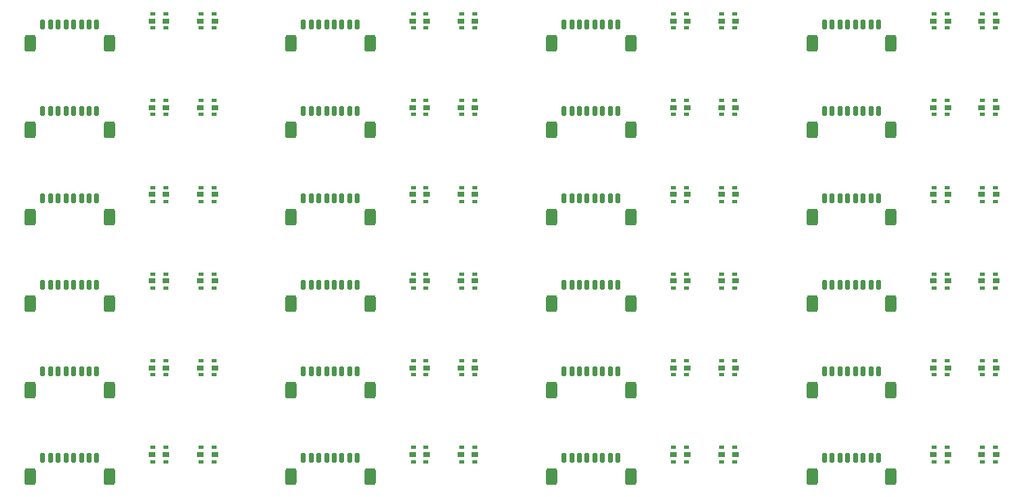
<source format=gbr>
%TF.GenerationSoftware,KiCad,Pcbnew,(7.0.0)*%
%TF.CreationDate,2023-07-13T10:06:37-04:00*%
%TF.ProjectId,bracket-led-panel,62726163-6b65-4742-9d6c-65642d70616e,rev?*%
%TF.SameCoordinates,Original*%
%TF.FileFunction,Paste,Top*%
%TF.FilePolarity,Positive*%
%FSLAX46Y46*%
G04 Gerber Fmt 4.6, Leading zero omitted, Abs format (unit mm)*
G04 Created by KiCad (PCBNEW (7.0.0)) date 2023-07-13 10:06:37*
%MOMM*%
%LPD*%
G01*
G04 APERTURE LIST*
G04 Aperture macros list*
%AMRoundRect*
0 Rectangle with rounded corners*
0 $1 Rounding radius*
0 $2 $3 $4 $5 $6 $7 $8 $9 X,Y pos of 4 corners*
0 Add a 4 corners polygon primitive as box body*
4,1,4,$2,$3,$4,$5,$6,$7,$8,$9,$2,$3,0*
0 Add four circle primitives for the rounded corners*
1,1,$1+$1,$2,$3*
1,1,$1+$1,$4,$5*
1,1,$1+$1,$6,$7*
1,1,$1+$1,$8,$9*
0 Add four rect primitives between the rounded corners*
20,1,$1+$1,$2,$3,$4,$5,0*
20,1,$1+$1,$4,$5,$6,$7,0*
20,1,$1+$1,$6,$7,$8,$9,0*
20,1,$1+$1,$8,$9,$2,$3,0*%
G04 Aperture macros list end*
%ADD10R,0.550000X0.400000*%
%ADD11R,0.700000X0.500000*%
%ADD12RoundRect,0.125000X-0.125000X-0.375000X0.125000X-0.375000X0.125000X0.375000X-0.125000X0.375000X0*%
%ADD13RoundRect,0.250000X-0.350000X-0.600000X0.350000X-0.600000X0.350000X0.600000X-0.350000X0.600000X0*%
G04 APERTURE END LIST*
D10*
%TO.C,D2*%
X97624999Y-79424999D03*
X98974999Y-79424999D03*
D11*
X97549999Y-78699999D03*
X99049999Y-78699999D03*
D10*
X97624999Y-77974999D03*
X98974999Y-77974999D03*
%TD*%
%TO.C,D2*%
X151624999Y-88424999D03*
X152974999Y-88424999D03*
D11*
X151549999Y-87699999D03*
X153049999Y-87699999D03*
D10*
X151624999Y-86974999D03*
X152974999Y-86974999D03*
%TD*%
%TO.C,D2*%
X124624999Y-70424999D03*
X125974999Y-70424999D03*
D11*
X124549999Y-69699999D03*
X126049999Y-69699999D03*
D10*
X124624999Y-68974999D03*
X125974999Y-68974999D03*
%TD*%
%TO.C,D2*%
X70624999Y-79424999D03*
X71974999Y-79424999D03*
D11*
X70549999Y-78699999D03*
X72049999Y-78699999D03*
D10*
X70624999Y-77974999D03*
X71974999Y-77974999D03*
%TD*%
%TO.C,D2*%
X124624999Y-79424999D03*
X125974999Y-79424999D03*
D11*
X124549999Y-78699999D03*
X126049999Y-78699999D03*
D10*
X124624999Y-77974999D03*
X125974999Y-77974999D03*
%TD*%
%TO.C,D2*%
X151624999Y-79424999D03*
X152974999Y-79424999D03*
D11*
X151549999Y-78699999D03*
X153049999Y-78699999D03*
D10*
X151624999Y-77974999D03*
X152974999Y-77974999D03*
%TD*%
%TO.C,D2*%
X97624999Y-43424999D03*
X98974999Y-43424999D03*
D11*
X97549999Y-42699999D03*
X99049999Y-42699999D03*
D10*
X97624999Y-41974999D03*
X98974999Y-41974999D03*
%TD*%
%TO.C,D2*%
X151624999Y-70424999D03*
X152974999Y-70424999D03*
D11*
X151549999Y-69699999D03*
X153049999Y-69699999D03*
D10*
X151624999Y-68974999D03*
X152974999Y-68974999D03*
%TD*%
%TO.C,D2*%
X124624999Y-61424999D03*
X125974999Y-61424999D03*
D11*
X124549999Y-60699999D03*
X126049999Y-60699999D03*
D10*
X124624999Y-59974999D03*
X125974999Y-59974999D03*
%TD*%
%TO.C,D2*%
X97624999Y-52424999D03*
X98974999Y-52424999D03*
D11*
X97549999Y-51699999D03*
X99049999Y-51699999D03*
D10*
X97624999Y-50974999D03*
X98974999Y-50974999D03*
%TD*%
%TO.C,D2*%
X70624999Y-61424999D03*
X71974999Y-61424999D03*
D11*
X70549999Y-60699999D03*
X72049999Y-60699999D03*
D10*
X70624999Y-59974999D03*
X71974999Y-59974999D03*
%TD*%
%TO.C,D2*%
X124624999Y-52424999D03*
X125974999Y-52424999D03*
D11*
X124549999Y-51699999D03*
X126049999Y-51699999D03*
D10*
X124624999Y-50974999D03*
X125974999Y-50974999D03*
%TD*%
%TO.C,D2*%
X70624999Y-52424999D03*
X71974999Y-52424999D03*
D11*
X70549999Y-51699999D03*
X72049999Y-51699999D03*
D10*
X70624999Y-50974999D03*
X71974999Y-50974999D03*
%TD*%
%TO.C,D2*%
X151624999Y-61424999D03*
X152974999Y-61424999D03*
D11*
X151549999Y-60699999D03*
X153049999Y-60699999D03*
D10*
X151624999Y-59974999D03*
X152974999Y-59974999D03*
%TD*%
%TO.C,D2*%
X97624999Y-61424999D03*
X98974999Y-61424999D03*
D11*
X97549999Y-60699999D03*
X99049999Y-60699999D03*
D10*
X97624999Y-59974999D03*
X98974999Y-59974999D03*
%TD*%
%TO.C,D2*%
X70624999Y-43424999D03*
X71974999Y-43424999D03*
D11*
X70549999Y-42699999D03*
X72049999Y-42699999D03*
D10*
X70624999Y-41974999D03*
X71974999Y-41974999D03*
%TD*%
%TO.C,D2*%
X97624999Y-88424999D03*
X98974999Y-88424999D03*
D11*
X97549999Y-87699999D03*
X99049999Y-87699999D03*
D10*
X97624999Y-86974999D03*
X98974999Y-86974999D03*
%TD*%
%TO.C,D2*%
X70624999Y-88424999D03*
X71974999Y-88424999D03*
D11*
X70549999Y-87699999D03*
X72049999Y-87699999D03*
D10*
X70624999Y-86974999D03*
X71974999Y-86974999D03*
%TD*%
%TO.C,D2*%
X151624999Y-52424999D03*
X152974999Y-52424999D03*
D11*
X151549999Y-51699999D03*
X153049999Y-51699999D03*
D10*
X151624999Y-50974999D03*
X152974999Y-50974999D03*
%TD*%
%TO.C,D2*%
X97624999Y-70424999D03*
X98974999Y-70424999D03*
D11*
X97549999Y-69699999D03*
X99049999Y-69699999D03*
D10*
X97624999Y-68974999D03*
X98974999Y-68974999D03*
%TD*%
%TO.C,D2*%
X124624999Y-43424999D03*
X125974999Y-43424999D03*
D11*
X124549999Y-42699999D03*
X126049999Y-42699999D03*
D10*
X124624999Y-41974999D03*
X125974999Y-41974999D03*
%TD*%
%TO.C,D2*%
X151624999Y-43424999D03*
X152974999Y-43424999D03*
D11*
X151549999Y-42699999D03*
X153049999Y-42699999D03*
D10*
X151624999Y-41974999D03*
X152974999Y-41974999D03*
%TD*%
%TO.C,D2*%
X70624999Y-70424999D03*
X71974999Y-70424999D03*
D11*
X70549999Y-69699999D03*
X72049999Y-69699999D03*
D10*
X70624999Y-68974999D03*
X71974999Y-68974999D03*
%TD*%
%TO.C,D2*%
X124624999Y-88424999D03*
X125974999Y-88424999D03*
D11*
X124549999Y-87699999D03*
X126049999Y-87699999D03*
D10*
X124624999Y-86974999D03*
X125974999Y-86974999D03*
%TD*%
%TO.C,D1*%
X119624999Y-88424999D03*
X120974999Y-88424999D03*
D11*
X119549999Y-87699999D03*
X121049999Y-87699999D03*
D10*
X119624999Y-86974999D03*
X120974999Y-86974999D03*
%TD*%
%TO.C,D1*%
X146624999Y-70424999D03*
X147974999Y-70424999D03*
D11*
X146549999Y-69699999D03*
X148049999Y-69699999D03*
D10*
X146624999Y-68974999D03*
X147974999Y-68974999D03*
%TD*%
%TO.C,D1*%
X92624999Y-70424999D03*
X93974999Y-70424999D03*
D11*
X92549999Y-69699999D03*
X94049999Y-69699999D03*
D10*
X92624999Y-68974999D03*
X93974999Y-68974999D03*
%TD*%
%TO.C,D1*%
X92624999Y-52424999D03*
X93974999Y-52424999D03*
D11*
X92549999Y-51699999D03*
X94049999Y-51699999D03*
D10*
X92624999Y-50974999D03*
X93974999Y-50974999D03*
%TD*%
%TO.C,D1*%
X92624999Y-88424999D03*
X93974999Y-88424999D03*
D11*
X92549999Y-87699999D03*
X94049999Y-87699999D03*
D10*
X92624999Y-86974999D03*
X93974999Y-86974999D03*
%TD*%
%TO.C,D1*%
X119624999Y-52424999D03*
X120974999Y-52424999D03*
D11*
X119549999Y-51699999D03*
X121049999Y-51699999D03*
D10*
X119624999Y-50974999D03*
X120974999Y-50974999D03*
%TD*%
%TO.C,D1*%
X65624999Y-70424999D03*
X66974999Y-70424999D03*
D11*
X65549999Y-69699999D03*
X67049999Y-69699999D03*
D10*
X65624999Y-68974999D03*
X66974999Y-68974999D03*
%TD*%
%TO.C,D1*%
X92624999Y-61424999D03*
X93974999Y-61424999D03*
D11*
X92549999Y-60699999D03*
X94049999Y-60699999D03*
D10*
X92624999Y-59974999D03*
X93974999Y-59974999D03*
%TD*%
%TO.C,D1*%
X65624999Y-52424999D03*
X66974999Y-52424999D03*
D11*
X65549999Y-51699999D03*
X67049999Y-51699999D03*
D10*
X65624999Y-50974999D03*
X66974999Y-50974999D03*
%TD*%
%TO.C,D1*%
X119624999Y-61424999D03*
X120974999Y-61424999D03*
D11*
X119549999Y-60699999D03*
X121049999Y-60699999D03*
D10*
X119624999Y-59974999D03*
X120974999Y-59974999D03*
%TD*%
%TO.C,D1*%
X65624999Y-61424999D03*
X66974999Y-61424999D03*
D11*
X65549999Y-60699999D03*
X67049999Y-60699999D03*
D10*
X65624999Y-59974999D03*
X66974999Y-59974999D03*
%TD*%
%TO.C,D1*%
X119624999Y-43424999D03*
X120974999Y-43424999D03*
D11*
X119549999Y-42699999D03*
X121049999Y-42699999D03*
D10*
X119624999Y-41974999D03*
X120974999Y-41974999D03*
%TD*%
%TO.C,D1*%
X65624999Y-88424999D03*
X66974999Y-88424999D03*
D11*
X65549999Y-87699999D03*
X67049999Y-87699999D03*
D10*
X65624999Y-86974999D03*
X66974999Y-86974999D03*
%TD*%
%TO.C,D1*%
X65624999Y-43424999D03*
X66974999Y-43424999D03*
D11*
X65549999Y-42699999D03*
X67049999Y-42699999D03*
D10*
X65624999Y-41974999D03*
X66974999Y-41974999D03*
%TD*%
%TO.C,D1*%
X146624999Y-52424999D03*
X147974999Y-52424999D03*
D11*
X146549999Y-51699999D03*
X148049999Y-51699999D03*
D10*
X146624999Y-50974999D03*
X147974999Y-50974999D03*
%TD*%
%TO.C,D1*%
X146624999Y-61424999D03*
X147974999Y-61424999D03*
D11*
X146549999Y-60699999D03*
X148049999Y-60699999D03*
D10*
X146624999Y-59974999D03*
X147974999Y-59974999D03*
%TD*%
%TO.C,D1*%
X146624999Y-43424999D03*
X147974999Y-43424999D03*
D11*
X146549999Y-42699999D03*
X148049999Y-42699999D03*
D10*
X146624999Y-41974999D03*
X147974999Y-41974999D03*
%TD*%
%TO.C,D1*%
X92624999Y-43424999D03*
X93974999Y-43424999D03*
D11*
X92549999Y-42699999D03*
X94049999Y-42699999D03*
D10*
X92624999Y-41974999D03*
X93974999Y-41974999D03*
%TD*%
%TO.C,D1*%
X92624999Y-79424999D03*
X93974999Y-79424999D03*
D11*
X92549999Y-78699999D03*
X94049999Y-78699999D03*
D10*
X92624999Y-77974999D03*
X93974999Y-77974999D03*
%TD*%
%TO.C,D1*%
X146624999Y-88424999D03*
X147974999Y-88424999D03*
D11*
X146549999Y-87699999D03*
X148049999Y-87699999D03*
D10*
X146624999Y-86974999D03*
X147974999Y-86974999D03*
%TD*%
%TO.C,D1*%
X65624999Y-79424999D03*
X66974999Y-79424999D03*
D11*
X65549999Y-78699999D03*
X67049999Y-78699999D03*
D10*
X65624999Y-77974999D03*
X66974999Y-77974999D03*
%TD*%
%TO.C,D1*%
X119624999Y-70424999D03*
X120974999Y-70424999D03*
D11*
X119549999Y-69699999D03*
X121049999Y-69699999D03*
D10*
X119624999Y-68974999D03*
X120974999Y-68974999D03*
%TD*%
%TO.C,D1*%
X146624999Y-79424999D03*
X147974999Y-79424999D03*
D11*
X146549999Y-78699999D03*
X148049999Y-78699999D03*
D10*
X146624999Y-77974999D03*
X147974999Y-77974999D03*
%TD*%
%TO.C,D1*%
X119624999Y-79424999D03*
X120974999Y-79424999D03*
D11*
X119549999Y-78699999D03*
X121049999Y-78699999D03*
D10*
X119624999Y-77974999D03*
X120974999Y-77974999D03*
%TD*%
D12*
%TO.C,J1*%
X81250800Y-52072240D03*
X82050800Y-52072240D03*
X82850800Y-52072240D03*
X83650800Y-52072240D03*
X84450800Y-52072240D03*
X85250800Y-52072240D03*
X86050800Y-52072240D03*
X86850800Y-52072240D03*
D13*
X79950800Y-54022240D03*
X88150800Y-54022240D03*
%TD*%
D12*
%TO.C,J1*%
X81250800Y-43072240D03*
X82050800Y-43072240D03*
X82850800Y-43072240D03*
X83650800Y-43072240D03*
X84450800Y-43072240D03*
X85250800Y-43072240D03*
X86050800Y-43072240D03*
X86850800Y-43072240D03*
D13*
X79950800Y-45022240D03*
X88150800Y-45022240D03*
%TD*%
D12*
%TO.C,J1*%
X54250800Y-88072240D03*
X55050800Y-88072240D03*
X55850800Y-88072240D03*
X56650800Y-88072240D03*
X57450800Y-88072240D03*
X58250800Y-88072240D03*
X59050800Y-88072240D03*
X59850800Y-88072240D03*
D13*
X52950800Y-90022240D03*
X61150800Y-90022240D03*
%TD*%
D12*
%TO.C,J1*%
X81250800Y-61072240D03*
X82050800Y-61072240D03*
X82850800Y-61072240D03*
X83650800Y-61072240D03*
X84450800Y-61072240D03*
X85250800Y-61072240D03*
X86050800Y-61072240D03*
X86850800Y-61072240D03*
D13*
X79950800Y-63022240D03*
X88150800Y-63022240D03*
%TD*%
D12*
%TO.C,J1*%
X81250800Y-70072240D03*
X82050800Y-70072240D03*
X82850800Y-70072240D03*
X83650800Y-70072240D03*
X84450800Y-70072240D03*
X85250800Y-70072240D03*
X86050800Y-70072240D03*
X86850800Y-70072240D03*
D13*
X79950800Y-72022240D03*
X88150800Y-72022240D03*
%TD*%
D12*
%TO.C,J1*%
X108250800Y-88072240D03*
X109050800Y-88072240D03*
X109850800Y-88072240D03*
X110650800Y-88072240D03*
X111450800Y-88072240D03*
X112250800Y-88072240D03*
X113050800Y-88072240D03*
X113850800Y-88072240D03*
D13*
X106950800Y-90022240D03*
X115150800Y-90022240D03*
%TD*%
D12*
%TO.C,J1*%
X135250800Y-70072240D03*
X136050800Y-70072240D03*
X136850800Y-70072240D03*
X137650800Y-70072240D03*
X138450800Y-70072240D03*
X139250800Y-70072240D03*
X140050800Y-70072240D03*
X140850800Y-70072240D03*
D13*
X133950800Y-72022240D03*
X142150800Y-72022240D03*
%TD*%
D12*
%TO.C,J1*%
X54250800Y-70072240D03*
X55050800Y-70072240D03*
X55850800Y-70072240D03*
X56650800Y-70072240D03*
X57450800Y-70072240D03*
X58250800Y-70072240D03*
X59050800Y-70072240D03*
X59850800Y-70072240D03*
D13*
X52950800Y-72022240D03*
X61150800Y-72022240D03*
%TD*%
D12*
%TO.C,J1*%
X81250800Y-88072240D03*
X82050800Y-88072240D03*
X82850800Y-88072240D03*
X83650800Y-88072240D03*
X84450800Y-88072240D03*
X85250800Y-88072240D03*
X86050800Y-88072240D03*
X86850800Y-88072240D03*
D13*
X79950800Y-90022240D03*
X88150800Y-90022240D03*
%TD*%
D12*
%TO.C,J1*%
X135250800Y-52072240D03*
X136050800Y-52072240D03*
X136850800Y-52072240D03*
X137650800Y-52072240D03*
X138450800Y-52072240D03*
X139250800Y-52072240D03*
X140050800Y-52072240D03*
X140850800Y-52072240D03*
D13*
X133950800Y-54022240D03*
X142150800Y-54022240D03*
%TD*%
D12*
%TO.C,J1*%
X54250800Y-43072240D03*
X55050800Y-43072240D03*
X55850800Y-43072240D03*
X56650800Y-43072240D03*
X57450800Y-43072240D03*
X58250800Y-43072240D03*
X59050800Y-43072240D03*
X59850800Y-43072240D03*
D13*
X52950800Y-45022240D03*
X61150800Y-45022240D03*
%TD*%
D12*
%TO.C,J1*%
X54250800Y-79072240D03*
X55050800Y-79072240D03*
X55850800Y-79072240D03*
X56650800Y-79072240D03*
X57450800Y-79072240D03*
X58250800Y-79072240D03*
X59050800Y-79072240D03*
X59850800Y-79072240D03*
D13*
X52950800Y-81022240D03*
X61150800Y-81022240D03*
%TD*%
D12*
%TO.C,J1*%
X54250800Y-52072240D03*
X55050800Y-52072240D03*
X55850800Y-52072240D03*
X56650800Y-52072240D03*
X57450800Y-52072240D03*
X58250800Y-52072240D03*
X59050800Y-52072240D03*
X59850800Y-52072240D03*
D13*
X52950800Y-54022240D03*
X61150800Y-54022240D03*
%TD*%
D12*
%TO.C,J1*%
X108250800Y-70072240D03*
X109050800Y-70072240D03*
X109850800Y-70072240D03*
X110650800Y-70072240D03*
X111450800Y-70072240D03*
X112250800Y-70072240D03*
X113050800Y-70072240D03*
X113850800Y-70072240D03*
D13*
X106950800Y-72022240D03*
X115150800Y-72022240D03*
%TD*%
D12*
%TO.C,J1*%
X135250800Y-79072240D03*
X136050800Y-79072240D03*
X136850800Y-79072240D03*
X137650800Y-79072240D03*
X138450800Y-79072240D03*
X139250800Y-79072240D03*
X140050800Y-79072240D03*
X140850800Y-79072240D03*
D13*
X133950800Y-81022240D03*
X142150800Y-81022240D03*
%TD*%
D12*
%TO.C,J1*%
X108250800Y-61072240D03*
X109050800Y-61072240D03*
X109850800Y-61072240D03*
X110650800Y-61072240D03*
X111450800Y-61072240D03*
X112250800Y-61072240D03*
X113050800Y-61072240D03*
X113850800Y-61072240D03*
D13*
X106950800Y-63022240D03*
X115150800Y-63022240D03*
%TD*%
D12*
%TO.C,J1*%
X108250800Y-79072240D03*
X109050800Y-79072240D03*
X109850800Y-79072240D03*
X110650800Y-79072240D03*
X111450800Y-79072240D03*
X112250800Y-79072240D03*
X113050800Y-79072240D03*
X113850800Y-79072240D03*
D13*
X106950800Y-81022240D03*
X115150800Y-81022240D03*
%TD*%
D12*
%TO.C,J1*%
X135250800Y-61072240D03*
X136050800Y-61072240D03*
X136850800Y-61072240D03*
X137650800Y-61072240D03*
X138450800Y-61072240D03*
X139250800Y-61072240D03*
X140050800Y-61072240D03*
X140850800Y-61072240D03*
D13*
X133950800Y-63022240D03*
X142150800Y-63022240D03*
%TD*%
D12*
%TO.C,J1*%
X81250800Y-79072240D03*
X82050800Y-79072240D03*
X82850800Y-79072240D03*
X83650800Y-79072240D03*
X84450800Y-79072240D03*
X85250800Y-79072240D03*
X86050800Y-79072240D03*
X86850800Y-79072240D03*
D13*
X79950800Y-81022240D03*
X88150800Y-81022240D03*
%TD*%
D12*
%TO.C,J1*%
X108250800Y-52072240D03*
X109050800Y-52072240D03*
X109850800Y-52072240D03*
X110650800Y-52072240D03*
X111450800Y-52072240D03*
X112250800Y-52072240D03*
X113050800Y-52072240D03*
X113850800Y-52072240D03*
D13*
X106950800Y-54022240D03*
X115150800Y-54022240D03*
%TD*%
D12*
%TO.C,J1*%
X135250800Y-88072240D03*
X136050800Y-88072240D03*
X136850800Y-88072240D03*
X137650800Y-88072240D03*
X138450800Y-88072240D03*
X139250800Y-88072240D03*
X140050800Y-88072240D03*
X140850800Y-88072240D03*
D13*
X133950800Y-90022240D03*
X142150800Y-90022240D03*
%TD*%
D12*
%TO.C,J1*%
X108250800Y-43072240D03*
X109050800Y-43072240D03*
X109850800Y-43072240D03*
X110650800Y-43072240D03*
X111450800Y-43072240D03*
X112250800Y-43072240D03*
X113050800Y-43072240D03*
X113850800Y-43072240D03*
D13*
X106950800Y-45022240D03*
X115150800Y-45022240D03*
%TD*%
D12*
%TO.C,J1*%
X135250800Y-43072240D03*
X136050800Y-43072240D03*
X136850800Y-43072240D03*
X137650800Y-43072240D03*
X138450800Y-43072240D03*
X139250800Y-43072240D03*
X140050800Y-43072240D03*
X140850800Y-43072240D03*
D13*
X133950800Y-45022240D03*
X142150800Y-45022240D03*
%TD*%
D12*
%TO.C,J1*%
X54250800Y-61072240D03*
X55050800Y-61072240D03*
X55850800Y-61072240D03*
X56650800Y-61072240D03*
X57450800Y-61072240D03*
X58250800Y-61072240D03*
X59050800Y-61072240D03*
X59850800Y-61072240D03*
D13*
X52950800Y-63022240D03*
X61150800Y-63022240D03*
%TD*%
M02*

</source>
